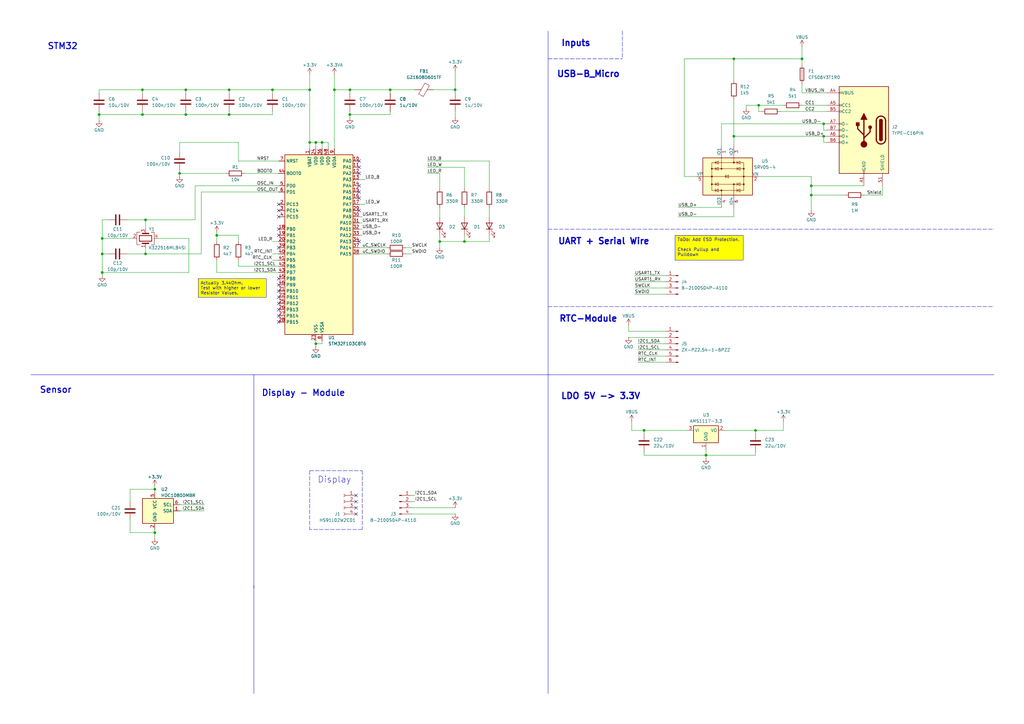
<source format=kicad_sch>
(kicad_sch (version 20231120) (generator "eeschema") (generator_version "8.0")
  (paper "A3")
  (lib_symbols
    (symbol "Connector:Conn_01x04_Pin" (pin_names (offset 1.016) hide)
      (property "Reference" "J" (at 0 5.08 0))
      (property "Value" "Conn_01x04_Pin" (at 0 -7.62 0))
      (symbol "Conn_01x04_Pin_1_1"
        (pin passive line (at 5.08 2.54 180) (length 3.81) (name "Pin_1") (number "1"))
        (pin passive line (at 5.08 0 180) (length 3.81) (name "Pin_2") (number "2"))
        (pin passive line (at 5.08 -2.54 180) (length 3.81) (name "Pin_3") (number "3"))
        (pin passive line (at 5.08 -5.08 180) (length 3.81) (name "Pin_4") (number "4"))
      )
    )
    (symbol "Connector:Conn_01x04_Socket" (pin_names (offset 1.016) hide)
      (property "Reference" "J" (at 0 5.08 0))
      (property "Value" "Conn_01x04_Socket" (at 0 -7.62 0))
      (symbol "Conn_01x04_Socket_1_1"
        (pin passive line (at -5.08 2.54 0) (length 3.81) (name "Pin_1") (number "1"))
        (pin passive line (at -5.08 0 0) (length 3.81) (name "Pin_2") (number "2"))
        (pin passive line (at -5.08 -2.54 0) (length 3.81) (name "Pin_3") (number "3"))
        (pin passive line (at -5.08 -5.08 0) (length 3.81) (name "Pin_4") (number "4"))
      )
    )
    (symbol "Connector:Conn_01x06_Pin" (pin_names (offset 1.016) hide)
      (property "Reference" "J" (at 0 7.62 0))
      (property "Value" "Conn_01x06_Pin" (at 0 -10.16 0))
      (symbol "Conn_01x06_Pin_1_1"
        (pin passive line (at 5.08 5.08 180) (length 3.81) (name "Pin_1") (number "1"))
        (pin passive line (at 5.08 2.54 180) (length 3.81) (name "Pin_2") (number "2"))
        (pin passive line (at 5.08 0 180) (length 3.81) (name "Pin_3") (number "3"))
        (pin passive line (at 5.08 -2.54 180) (length 3.81) (name "Pin_4") (number "4"))
        (pin passive line (at 5.08 -5.08 180) (length 3.81) (name "Pin_5") (number "5"))
        (pin passive line (at 5.08 -7.62 180) (length 3.81) (name "Pin_6") (number "6"))
      )
    )
    (symbol "Connector:USB_C_Receptacle_USB2.0_14P" (pin_names (offset 1.016))
      (property "Reference" "J" (at 0 22.225 0))
      (property "Value" "USB_C_Receptacle_USB2.0_14P" (at 0 19.685 0))
      (symbol "USB_C_Receptacle_USB2.0_14P_1_1"
        (pin passive line (at 0 -22.86 90) (length 5.08) (name "GND") (number "A1"))
        (pin passive line (at 0 -22.86 90) (length 5.08) hide (name "GND") (number "A12"))
        (pin passive line (at 15.24 15.24 180) (length 5.08) (name "VBUS") (number "A4"))
        (pin bidirectional line (at 15.24 10.16 180) (length 5.08) (name "CC1") (number "A5"))
        (pin bidirectional line (at 15.24 -2.54 180) (length 5.08) (name "D+") (number "A6"))
        (pin bidirectional line (at 15.24 2.54 180) (length 5.08) (name "D-") (number "A7"))
        (pin passive line (at 15.24 15.24 180) (length 5.08) hide (name "VBUS") (number "A9"))
        (pin passive line (at 0 -22.86 90) (length 5.08) hide (name "GND") (number "B1"))
        (pin passive line (at 0 -22.86 90) (length 5.08) hide (name "GND") (number "B12"))
        (pin passive line (at 15.24 15.24 180) (length 5.08) hide (name "VBUS") (number "B4"))
        (pin bidirectional line (at 15.24 7.62 180) (length 5.08) (name "CC2") (number "B5"))
        (pin bidirectional line (at 15.24 -5.08 180) (length 5.08) (name "D+") (number "B6"))
        (pin bidirectional line (at 15.24 0 180) (length 5.08) (name "D-") (number "B7"))
        (pin passive line (at 15.24 15.24 180) (length 5.08) hide (name "VBUS") (number "B9"))
        (pin passive line (at -7.62 -22.86 90) (length 5.08) (name "SHIELD") (number "S1"))
      )
    )
    (symbol "Device:C" (pin_numbers hide) (pin_names (offset 0.254))
      (property "Reference" "C" (at 0.635 2.54 0))
      (property "Value" "C" (at 0.635 -2.54 0))
      (symbol "C_1_1"
        (pin passive line (at 0 3.81 270) (length 2.794) (name "~") (number "1"))
        (pin passive line (at 0 -3.81 90) (length 2.794) (name "~") (number "2"))
      )
    )
    (symbol "Device:Crystal_GND24" (pin_names (offset 1.016) hide)
      (property "Reference" "Y" (at 3.175 5.08 0))
      (property "Value" "Crystal_GND24" (at 3.175 3.175 0))
      (symbol "Crystal_GND24_1_1"
        (pin passive line (at -3.81 0 0) (length 1.27) (name "1") (number "1"))
        (pin passive line (at 0 5.08 270) (length 1.27) (name "2") (number "2"))
        (pin passive line (at 3.81 0 180) (length 1.27) (name "3") (number "3"))
        (pin passive line (at 0 -5.08 90) (length 1.27) (name "4") (number "4"))
      )
    )
    (symbol "Device:FerriteBead" (pin_numbers hide) (pin_names (offset 0))
      (property "Reference" "FB" (at -3.81 0.635 90))
      (property "Value" "FerriteBead" (at 3.81 0 90))
      (symbol "FerriteBead_1_1"
        (pin passive line (at 0 3.81 270) (length 2.54) (name "~") (number "1"))
        (pin passive line (at 0 -3.81 90) (length 2.54) (name "~") (number "2"))
      )
    )
    (symbol "Device:Fuse" (pin_numbers hide) (pin_names (offset 0))
      (property "Reference" "F" (at 2.032 0 90))
      (property "Value" "Fuse" (at -1.905 0 90))
      (symbol "Fuse_1_1"
        (pin passive line (at 0 3.81 270) (length 1.27) (name "~") (number "1"))
        (pin passive line (at 0 -3.81 90) (length 1.27) (name "~") (number "2"))
      )
    )
    (symbol "Device:LED" (pin_numbers hide) (pin_names (offset 1.016) hide)
      (property "Reference" "D" (at 0 2.54 0))
      (property "Value" "LED" (at 0 -2.54 0))
      (symbol "LED_1_1"
        (pin passive line (at -3.81 0 0) (length 2.54) (name "K") (number "1"))
        (pin passive line (at 3.81 0 180) (length 2.54) (name "A") (number "2"))
      )
    )
    (symbol "Device:R" (pin_numbers hide) (pin_names (offset 0))
      (property "Reference" "R" (at 2.032 0 90))
      (property "Value" "R" (at 0 0 90))
      (symbol "R_1_1"
        (pin passive line (at 0 3.81 270) (length 1.27) (name "~") (number "1"))
        (pin passive line (at 0 -3.81 90) (length 1.27) (name "~") (number "2"))
      )
    )
    (symbol "MCU_ST_STM32F1:STM32F103C8Tx"
      (property "Reference" "U" (at -12.7 39.37 0))
      (property "Value" "STM32F103C8Tx" (at 10.16 39.37 0))
      (symbol "STM32F103C8Tx_1_1"
        (pin power_in line (at -2.54 40.64 270) (length 2.54) (name "VBAT") (number "1"))
        (pin bidirectional line (at 17.78 35.56 180) (length 2.54) (name "PA0") (number "10"))
        (pin bidirectional line (at 17.78 33.02 180) (length 2.54) (name "PA1") (number "11"))
        (pin bidirectional line (at 17.78 30.48 180) (length 2.54) (name "PA2") (number "12"))
        (pin bidirectional line (at 17.78 27.94 180) (length 2.54) (name "PA3") (number "13"))
        (pin bidirectional line (at 17.78 25.4 180) (length 2.54) (name "PA4") (number "14"))
        (pin bidirectional line (at 17.78 22.86 180) (length 2.54) (name "PA5") (number "15"))
        (pin bidirectional line (at 17.78 20.32 180) (length 2.54) (name "PA6") (number "16"))
        (pin bidirectional line (at 17.78 17.78 180) (length 2.54) (name "PA7") (number "17"))
        (pin bidirectional line (at -15.24 7.62 0) (length 2.54) (name "PB0") (number "18"))
        (pin bidirectional line (at -15.24 5.08 0) (length 2.54) (name "PB1") (number "19"))
        (pin bidirectional line (at -15.24 17.78 0) (length 2.54) (name "PC13") (number "2"))
        (pin bidirectional line (at -15.24 2.54 0) (length 2.54) (name "PB2") (number "20"))
        (pin bidirectional line (at -15.24 -17.78 0) (length 2.54) (name "PB10") (number "21"))
        (pin bidirectional line (at -15.24 -20.32 0) (length 2.54) (name "PB11") (number "22"))
        (pin power_in line (at 0 -38.1 90) (length 2.54) (name "VSS") (number "23"))
        (pin power_in line (at 0 40.64 270) (length 2.54) (name "VDD") (number "24"))
        (pin bidirectional line (at -15.24 -22.86 0) (length 2.54) (name "PB12") (number "25"))
        (pin bidirectional line (at -15.24 -25.4 0) (length 2.54) (name "PB13") (number "26"))
        (pin bidirectional line (at -15.24 -27.94 0) (length 2.54) (name "PB14") (number "27"))
        (pin bidirectional line (at -15.24 -30.48 0) (length 2.54) (name "PB15") (number "28"))
        (pin bidirectional line (at 17.78 15.24 180) (length 2.54) (name "PA8") (number "29"))
        (pin bidirectional line (at -15.24 15.24 0) (length 2.54) (name "PC14") (number "3"))
        (pin bidirectional line (at 17.78 12.7 180) (length 2.54) (name "PA9") (number "30"))
        (pin bidirectional line (at 17.78 10.16 180) (length 2.54) (name "PA10") (number "31"))
        (pin bidirectional line (at 17.78 7.62 180) (length 2.54) (name "PA11") (number "32"))
        (pin bidirectional line (at 17.78 5.08 180) (length 2.54) (name "PA12") (number "33"))
        (pin bidirectional line (at 17.78 2.54 180) (length 2.54) (name "PA13") (number "34"))
        (pin passive line (at 0 -38.1 90) (length 2.54) hide (name "VSS") (number "35"))
        (pin power_in line (at 2.54 40.64 270) (length 2.54) (name "VDD") (number "36"))
        (pin bidirectional line (at 17.78 0 180) (length 2.54) (name "PA14") (number "37"))
        (pin bidirectional line (at 17.78 -2.54 180) (length 2.54) (name "PA15") (number "38"))
        (pin bidirectional line (at -15.24 0 0) (length 2.54) (name "PB3") (number "39"))
        (pin bidirectional line (at -15.24 12.7 0) (length 2.54) (name "PC15") (number "4"))
        (pin bidirectional line (at -15.24 -2.54 0) (length 2.54) (name "PB4") (number "40"))
        (pin bidirectional line (at -15.24 -5.08 0) (length 2.54) (name "PB5") (number "41"))
        (pin bidirectional line (at -15.24 -7.62 0) (length 2.54) (name "PB6") (number "42"))
        (pin bidirectional line (at -15.24 -10.16 0) (length 2.54) (name "PB7") (number "43"))
        (pin input line (at -15.24 30.48 0) (length 2.54) (name "BOOT0") (number "44"))
        (pin bidirectional line (at -15.24 -12.7 0) (length 2.54) (name "PB8") (number "45"))
        (pin bidirectional line (at -15.24 -15.24 0) (length 2.54) (name "PB9") (number "46"))
        (pin passive line (at 0 -38.1 90) (length 2.54) hide (name "VSS") (number "47"))
        (pin power_in line (at 5.08 40.64 270) (length 2.54) (name "VDD") (number "48"))
        (pin bidirectional line (at -15.24 25.4 0) (length 2.54) (name "PD0") (number "5"))
        (pin bidirectional line (at -15.24 22.86 0) (length 2.54) (name "PD1") (number "6"))
        (pin input line (at -15.24 35.56 0) (length 2.54) (name "NRST") (number "7"))
        (pin power_in line (at 2.54 -38.1 90) (length 2.54) (name "VSSA") (number "8"))
        (pin power_in line (at 7.62 40.64 270) (length 2.54) (name "VDDA") (number "9"))
      )
    )
    (symbol "Power_Protection:SRV05-4" (pin_names (offset 0))
      (property "Reference" "U" (at -5.08 11.43 0))
      (property "Value" "SRV05-4" (at 2.54 11.43 0))
      (symbol "SRV05-4_1_1"
        (pin passive line (at -12.7 2.54 0) (length 5.08) (name "IO1") (number "1"))
        (pin passive line (at 0 -12.7 90) (length 2.54) (name "VN") (number "2"))
        (pin passive line (at -12.7 -2.54 0) (length 5.08) (name "IO2") (number "3"))
        (pin passive line (at 12.7 2.54 180) (length 5.08) (name "IO3") (number "4"))
        (pin passive line (at 0 12.7 270) (length 2.54) (name "VP") (number "5"))
        (pin passive line (at 12.7 -2.54 180) (length 5.08) (name "IO4") (number "6"))
      )
    )
    (symbol "Regulator_Linear:AMS1117-3.3"
      (property "Reference" "U" (at -3.81 3.175 0))
      (property "Value" "AMS1117-3.3" (at 0 3.175 0))
      (symbol "AMS1117-3.3_1_1"
        (pin power_in line (at 0 -7.62 90) (length 2.54) (name "GND") (number "1"))
        (pin power_out line (at 7.62 0 180) (length 2.54) (name "VO") (number "2"))
        (pin power_in line (at -7.62 0 0) (length 2.54) (name "VI") (number "3"))
      )
    )
    (symbol "Sensor_Humidity:HDC1080"
      (property "Reference" "U" (at -6.35 6.35 0))
      (property "Value" "HDC1080" (at 3.81 6.35 0))
      (symbol "HDC1080_1_1"
        (pin bidirectional line (at 7.62 0 180) (length 2.54) (name "SDA") (number "1"))
        (pin power_in line (at -2.54 -7.62 90) (length 2.54) (name "GND") (number "2"))
        (pin no_connect line (at -7.62 0 0) (length 2.54) hide (name "NC") (number "3"))
        (pin no_connect line (at -7.62 -2.54 0) (length 2.54) hide (name "NC") (number "4"))
        (pin power_in line (at -2.54 7.62 270) (length 2.54) (name "VCC") (number "5"))
        (pin input line (at 7.62 2.54 180) (length 2.54) (name "SCL") (number "6"))
        (pin no_connect line (at -7.62 2.54 0) (length 2.54) hide (name "DAP") (number "7"))
      )
    )
    (symbol "power:+3.3V" (power) (pin_numbers hide) (pin_names (offset 0) hide)
      (property "Value" "+3.3V" (at 0 3.556 0))
      (symbol "+3.3V_1_1"
        (pin power_in line (at 0 0 90) (length 0) (name "~") (number "1"))
      )
    )
    (symbol "power:+3.3VA" (power) (pin_numbers hide) (pin_names (offset 0) hide)
      (property "Value" "+3.3VA" (at 0 3.556 0))
      (symbol "+3.3VA_1_1"
        (pin power_in line (at 0 0 90) (length 0) (name "~") (number "1"))
      )
    )
    (symbol "power:GND" (power) (pin_numbers hide) (pin_names (offset 0) hide)
      (property "Value" "GND" (at 0 -3.81 0))
      (symbol "GND_1_1"
        (pin power_in line (at 0 0 270) (length 0) (name "~") (number "1"))
      )
    )
    (symbol "power:VBUS" (power) (pin_numbers hide) (pin_names (offset 0) hide)
      (property "Value" "VBUS" (at 0 3.556 0))
      (symbol "VBUS_1_1"
        (pin power_in line (at 0 0 90) (length 0) (name "~") (number "1"))
      )
    )
  )
  (junction (at 337.82 50.8))
  (junction (at 59.69 90.17))
  (junction (at 127 36.83))
  (junction (at 328.93 24.13))
  (junction (at 311.15 43.18))
  (junction (at 137.16 36.83))
  (junction (at 337.82 55.88))
  (junction (at 289.56 186.69))
  (junction (at 63.5 200.66))
  (junction (at 132.08 58.42))
  (junction (at 300.99 24.13))
  (junction (at 129.54 140.97))
  (junction (at 111.76 36.83))
  (junction (at 300.99 55.88))
  (junction (at 76.2 46.99))
  (junction (at 129.54 58.42))
  (junction (at 41.91 104.14))
  (junction (at 59.69 104.14))
  (junction (at 76.2 36.83))
  (junction (at 41.91 111.76))
  (junction (at 180.34 99.06))
  (junction (at 143.51 46.99))
  (junction (at 190.5 99.06))
  (junction (at 143.51 36.83))
  (junction (at 88.9 96.52))
  (junction (at 58.42 36.83))
  (junction (at 63.5 218.44))
  (junction (at 40.64 46.99))
  (junction (at 58.42 46.99))
  (junction (at 309.88 176.53))
  (junction (at 93.98 36.83))
  (junction (at 93.98 46.99))
  (junction (at 127 58.42))
  (junction (at 41.91 97.79))
  (junction (at 73.66 71.12))
  (junction (at 332.74 76.2))
  (junction (at 264.16 176.53))
  (junction (at 186.69 36.83))
  (junction (at 160.02 36.83))
  (junction (at 332.74 80.01))
  (no_connect (at 146.05 210.82))
  (no_connect (at 114.3 114.3))
  (no_connect (at 114.3 129.54))
  (no_connect (at 147.32 66.04))
  (no_connect (at 147.32 81.28))
  (no_connect (at 114.3 86.36))
  (no_connect (at 147.32 78.74))
  (no_connect (at 147.32 76.2))
  (no_connect (at 146.05 208.28))
  (no_connect (at 114.3 119.38))
  (no_connect (at 114.3 93.98))
  (no_connect (at 114.3 124.46))
  (no_connect (at 114.3 116.84))
  (no_connect (at 114.3 132.08))
  (no_connect (at 114.3 101.6))
  (no_connect (at 147.32 71.12))
  (no_connect (at 114.3 127))
  (no_connect (at 114.3 121.92))
  (no_connect (at 114.3 83.82))
  (no_connect (at 147.32 99.06))
  (no_connect (at 147.32 68.58))
  (no_connect (at 114.3 88.9))
  (no_connect (at 146.05 205.74))
  (no_connect (at 147.32 86.36))
  (no_connect (at 146.05 203.2))
  (no_connect (at 114.3 96.52))
  (wire (pts (xy 111.76 36.83) (xy 127 36.83)))
  (wire (pts (xy 40.64 46.99) (xy 40.64 49.53)))
  (polyline (pts (xy 127 193.04) (xy 127 217.17)) (stroke (width 0) (type dash)))
  (wire (pts (xy 88.9 96.52) (xy 97.79 96.52)))
  (wire (pts (xy 44.45 90.17) (xy 41.91 90.17)))
  (polyline (pts (xy 12.7 153.67) (xy 224.79 153.67)) (stroke (width 0) (type solid)))
  (wire (pts (xy 260.35 115.57) (xy 273.05 115.57)))
  (wire (pts (xy 264.16 176.53) (xy 281.94 176.53)))
  (wire (pts (xy 76.2 36.83) (xy 76.2 38.1)))
  (wire (pts (xy 41.91 104.14) (xy 41.91 111.76)))
  (wire (pts (xy 260.35 118.11) (xy 273.05 118.11)))
  (wire (pts (xy 295.91 50.8) (xy 337.82 50.8)))
  (wire (pts (xy 82.55 104.14) (xy 82.55 78.74)))
  (wire (pts (xy 160.02 36.83) (xy 170.18 36.83)))
  (wire (pts (xy 88.9 111.76) (xy 114.3 111.76)))
  (wire (pts (xy 147.32 93.98) (xy 148.59 93.98)))
  (wire (pts (xy 111.76 106.68) (xy 114.3 106.68)))
  (wire (pts (xy 309.88 176.53) (xy 309.88 177.8)))
  (wire (pts (xy 97.79 106.68) (xy 97.79 109.22)))
  (wire (pts (xy 73.66 207.01) (xy 83.82 207.01)))
  (wire (pts (xy 361.95 80.01) (xy 361.95 76.2)))
  (wire (pts (xy 52.07 90.17) (xy 59.69 90.17)))
  (wire (pts (xy 328.93 43.18) (xy 339.09 43.18)))
  (wire (pts (xy 321.31 172.72) (xy 321.31 176.53)))
  (wire (pts (xy 328.93 34.29) (xy 328.93 38.1)))
  (wire (pts (xy 170.18 205.74) (xy 168.91 205.74)))
  (wire (pts (xy 58.42 45.72) (xy 58.42 46.99)))
  (wire (pts (xy 177.8 36.83) (xy 186.69 36.83)))
  (wire (pts (xy 97.79 66.04) (xy 114.3 66.04)))
  (wire (pts (xy 137.16 30.48) (xy 137.16 36.83)))
  (wire (pts (xy 111.76 99.06) (xy 114.3 99.06)))
  (wire (pts (xy 147.32 91.44) (xy 148.59 91.44)))
  (wire (pts (xy 58.42 36.83) (xy 76.2 36.83)))
  (wire (pts (xy 100.33 71.12) (xy 114.3 71.12)))
  (wire (pts (xy 160.02 46.99) (xy 160.02 45.72)))
  (wire (pts (xy 97.79 109.22) (xy 114.3 109.22)))
  (wire (pts (xy 132.08 139.7) (xy 132.08 140.97)))
  (wire (pts (xy 127 30.48) (xy 127 36.83)))
  (wire (pts (xy 180.34 96.52) (xy 180.34 99.06)))
  (wire (pts (xy 280.67 24.13) (xy 300.99 24.13)))
  (wire (pts (xy 147.32 96.52) (xy 148.59 96.52)))
  (wire (pts (xy 259.08 176.53) (xy 264.16 176.53)))
  (wire (pts (xy 186.69 36.83) (xy 186.69 38.1)))
  (wire (pts (xy 300.99 55.88) (xy 337.82 55.88)))
  (wire (pts (xy 59.69 104.14) (xy 82.55 104.14)))
  (wire (pts (xy 127 58.42) (xy 129.54 58.42)))
  (wire (pts (xy 143.51 46.99) (xy 143.51 48.26)))
  (wire (pts (xy 80.01 76.2) (xy 114.3 76.2)))
  (wire (pts (xy 88.9 106.68) (xy 88.9 111.76)))
  (wire (pts (xy 76.2 36.83) (xy 93.98 36.83)))
  (polyline (pts (xy 148.59 217.17) (xy 127 217.17)) (stroke (width 0) (type dash)))
  (wire (pts (xy 309.88 186.69) (xy 289.56 186.69)))
  (wire (pts (xy 73.66 71.12) (xy 73.66 72.39)))
  (wire (pts (xy 168.91 208.28) (xy 186.69 208.28)))
  (wire (pts (xy 129.54 58.42) (xy 129.54 60.96)))
  (wire (pts (xy 129.54 140.97) (xy 129.54 142.24)))
  (wire (pts (xy 111.76 45.72) (xy 111.76 46.99)))
  (wire (pts (xy 59.69 90.17) (xy 80.01 90.17)))
  (wire (pts (xy 97.79 96.52) (xy 97.79 99.06)))
  (wire (pts (xy 264.16 185.42) (xy 264.16 186.69)))
  (wire (pts (xy 260.35 120.65) (xy 273.05 120.65)))
  (wire (pts (xy 41.91 111.76) (xy 77.47 111.76)))
  (wire (pts (xy 147.32 101.6) (xy 158.75 101.6)))
  (wire (pts (xy 337.82 53.34) (xy 339.09 53.34)))
  (polyline (pts (xy 224.79 93.98) (xy 407.67 93.98)) (stroke (width 0) (type dash)))
  (polyline (pts (xy 224.79 24.13) (xy 255.27 24.13)) (stroke (width 0) (type dash)))
  (wire (pts (xy 63.5 218.44) (xy 63.5 220.98)))
  (polyline (pts (xy 224.79 153.67) (xy 224.79 284.48)) (stroke (width 0) (type solid)))
  (wire (pts (xy 309.88 176.53) (xy 321.31 176.53)))
  (wire (pts (xy 175.26 68.58) (xy 190.5 68.58)))
  (wire (pts (xy 260.35 113.03) (xy 273.05 113.03)))
  (wire (pts (xy 97.79 58.42) (xy 97.79 66.04)))
  (wire (pts (xy 311.15 72.39) (xy 332.74 72.39)))
  (wire (pts (xy 44.45 104.14) (xy 41.91 104.14)))
  (polyline (pts (xy 127 193.04) (xy 148.59 193.04)) (stroke (width 0) (type dash)))
  (wire (pts (xy 285.75 72.39) (xy 280.67 72.39)))
  (wire (pts (xy 160.02 36.83) (xy 160.02 38.1)))
  (polyline (pts (xy 148.59 193.04) (xy 148.59 217.17)) (stroke (width 0) (type dash)))
  (wire (pts (xy 175.26 66.04) (xy 200.66 66.04)))
  (polyline (pts (xy 224.79 153.67) (xy 407.67 153.67)) (stroke (width 0) (type solid)))
  (wire (pts (xy 190.5 68.58) (xy 190.5 77.47)))
  (wire (pts (xy 328.93 38.1) (xy 339.09 38.1)))
  (polyline (pts (xy 255.27 12.7) (xy 255.27 24.13)) (stroke (width 0) (type dash)))
  (wire (pts (xy 264.16 177.8) (xy 264.16 176.53)))
  (wire (pts (xy 200.66 85.09) (xy 200.66 88.9)))
  (wire (pts (xy 143.51 36.83) (xy 160.02 36.83)))
  (wire (pts (xy 143.51 46.99) (xy 160.02 46.99)))
  (wire (pts (xy 64.77 97.79) (xy 77.47 97.79)))
  (wire (pts (xy 53.34 200.66) (xy 53.34 205.74)))
  (wire (pts (xy 41.91 97.79) (xy 54.61 97.79)))
  (wire (pts (xy 332.74 76.2) (xy 332.74 80.01)))
  (wire (pts (xy 186.69 29.21) (xy 186.69 36.83)))
  (wire (pts (xy 168.91 210.82) (xy 186.69 210.82)))
  (wire (pts (xy 306.07 44.45) (xy 306.07 43.18)))
  (wire (pts (xy 147.32 73.66) (xy 149.86 73.66)))
  (wire (pts (xy 73.66 71.12) (xy 73.66 69.85)))
  (wire (pts (xy 320.04 45.72) (xy 339.09 45.72)))
  (wire (pts (xy 180.34 99.06) (xy 180.34 101.6)))
  (wire (pts (xy 354.33 80.01) (xy 361.95 80.01)))
  (wire (pts (xy 190.5 99.06) (xy 190.5 96.52)))
  (wire (pts (xy 278.13 88.9) (xy 300.99 88.9)))
  (wire (pts (xy 278.13 85.09) (xy 295.91 85.09)))
  (wire (pts (xy 40.64 36.83) (xy 58.42 36.83)))
  (wire (pts (xy 73.66 58.42) (xy 73.66 62.23)))
  (wire (pts (xy 63.5 200.66) (xy 63.5 201.93)))
  (wire (pts (xy 147.32 83.82) (xy 149.86 83.82)))
  (wire (pts (xy 52.07 104.14) (xy 59.69 104.14)))
  (wire (pts (xy 93.98 36.83) (xy 93.98 38.1)))
  (wire (pts (xy 137.16 36.83) (xy 143.51 36.83)))
  (wire (pts (xy 77.47 111.76) (xy 77.47 97.79)))
  (wire (pts (xy 53.34 218.44) (xy 63.5 218.44)))
  (wire (pts (xy 186.69 45.72) (xy 186.69 48.26)))
  (wire (pts (xy 261.62 148.59) (xy 273.05 148.59)))
  (wire (pts (xy 300.99 40.64) (xy 300.99 55.88)))
  (wire (pts (xy 132.08 58.42) (xy 132.08 60.96)))
  (wire (pts (xy 111.76 104.14) (xy 114.3 104.14)))
  (wire (pts (xy 129.54 140.97) (xy 132.08 140.97)))
  (wire (pts (xy 129.54 58.42) (xy 132.08 58.42)))
  (wire (pts (xy 73.66 209.55) (xy 83.82 209.55)))
  (wire (pts (xy 332.74 80.01) (xy 346.71 80.01)))
  (wire (pts (xy 300.99 24.13) (xy 328.93 24.13)))
  (wire (pts (xy 59.69 104.14) (xy 59.69 101.6)))
  (wire (pts (xy 88.9 95.25) (xy 88.9 96.52)))
  (wire (pts (xy 58.42 46.99) (xy 76.2 46.99)))
  (wire (pts (xy 73.66 58.42) (xy 97.79 58.42)))
  (wire (pts (xy 337.82 55.88) (xy 339.09 55.88)))
  (wire (pts (xy 180.34 85.09) (xy 180.34 88.9)))
  (wire (pts (xy 40.64 46.99) (xy 40.64 45.72)))
  (wire (pts (xy 332.74 72.39) (xy 332.74 76.2)))
  (wire (pts (xy 200.66 66.04) (xy 200.66 77.47)))
  (wire (pts (xy 76.2 46.99) (xy 76.2 45.72)))
  (wire (pts (xy 261.62 140.97) (xy 273.05 140.97)))
  (wire (pts (xy 289.56 184.15) (xy 289.56 186.69)))
  (wire (pts (xy 147.32 88.9) (xy 148.59 88.9)))
  (wire (pts (xy 92.71 71.12) (xy 73.66 71.12)))
  (wire (pts (xy 137.16 36.83) (xy 137.16 60.96)))
  (wire (pts (xy 264.16 186.69) (xy 289.56 186.69)))
  (polyline (pts (xy 104.14 241.3) (xy 104.14 240.03)))
  (wire (pts (xy 257.81 133.35) (xy 257.81 135.89)))
  (wire (pts (xy 53.34 200.66) (xy 63.5 200.66)))
  (wire (pts (xy 175.26 71.12) (xy 180.34 71.12)))
  (wire (pts (xy 309.88 186.69) (xy 309.88 185.42)))
  (wire (pts (xy 127 58.42) (xy 127 60.96)))
  (wire (pts (xy 295.91 50.8) (xy 295.91 59.69)))
  (wire (pts (xy 332.74 80.01) (xy 332.74 86.36)))
  (wire (pts (xy 93.98 36.83) (xy 111.76 36.83)))
  (wire (pts (xy 337.82 50.8) (xy 339.09 50.8)))
  (wire (pts (xy 257.81 135.89) (xy 273.05 135.89)))
  (wire (pts (xy 311.15 45.72) (xy 311.15 43.18)))
  (wire (pts (xy 170.18 203.2) (xy 168.91 203.2)))
  (wire (pts (xy 311.15 43.18) (xy 321.31 43.18)))
  (wire (pts (xy 280.67 72.39) (xy 280.67 24.13)))
  (wire (pts (xy 129.54 139.7) (xy 129.54 140.97)))
  (wire (pts (xy 134.62 60.96) (xy 134.62 58.42)))
  (wire (pts (xy 300.99 55.88) (xy 300.99 59.69)))
  (wire (pts (xy 297.18 176.53) (xy 309.88 176.53)))
  (wire (pts (xy 93.98 46.99) (xy 111.76 46.99)))
  (wire (pts (xy 41.91 97.79) (xy 41.91 104.14)))
  (wire (pts (xy 261.62 146.05) (xy 273.05 146.05)))
  (wire (pts (xy 332.74 76.2) (xy 354.33 76.2)))
  (wire (pts (xy 111.76 36.83) (xy 111.76 38.1)))
  (wire (pts (xy 82.55 78.74) (xy 114.3 78.74)))
  (wire (pts (xy 63.5 217.17) (xy 63.5 218.44)))
  (wire (pts (xy 41.91 111.76) (xy 41.91 113.03)))
  (wire (pts (xy 93.98 46.99) (xy 93.98 45.72)))
  (wire (pts (xy 166.37 104.14) (xy 168.91 104.14)))
  (wire (pts (xy 40.64 46.99) (xy 58.42 46.99)))
  (wire (pts (xy 337.82 50.8) (xy 337.82 53.34)))
  (wire (pts (xy 300.99 24.13) (xy 300.99 33.02)))
  (wire (pts (xy 312.42 45.72) (xy 311.15 45.72)))
  (wire (pts (xy 337.82 58.42) (xy 339.09 58.42)))
  (wire (pts (xy 76.2 46.99) (xy 93.98 46.99)))
  (wire (pts (xy 328.93 19.05) (xy 328.93 24.13)))
  (wire (pts (xy 127 36.83) (xy 127 58.42)))
  (wire (pts (xy 59.69 90.17) (xy 59.69 93.98)))
  (wire (pts (xy 80.01 90.17) (xy 80.01 76.2)))
  (wire (pts (xy 190.5 99.06) (xy 200.66 99.06)))
  (wire (pts (xy 166.37 101.6) (xy 168.91 101.6)))
  (wire (pts (xy 63.5 199.39) (xy 63.5 200.66)))
  (wire (pts (xy 180.34 71.12) (xy 180.34 77.47)))
  (wire (pts (xy 40.64 36.83) (xy 40.64 38.1)))
  (wire (pts (xy 88.9 96.52) (xy 88.9 99.06)))
  (wire (pts (xy 257.81 138.43) (xy 273.05 138.43)))
  (wire (pts (xy 58.42 36.83) (xy 58.42 38.1)))
  (wire (pts (xy 41.91 90.17) (xy 41.91 97.79)))
  (wire (pts (xy 132.08 58.42) (xy 134.62 58.42)))
  (wire (pts (xy 328.93 24.13) (xy 328.93 26.67)))
  (wire (pts (xy 300.99 88.9) (xy 300.99 85.09)))
  (wire (pts (xy 306.07 43.18) (xy 311.15 43.18)))
  (wire (pts (xy 337.82 55.88) (xy 337.82 58.42)))
  (wire (pts (xy 190.5 85.09) (xy 190.5 88.9)))
  (wire (pts (xy 143.51 36.83) (xy 143.51 38.1)))
  (polyline (pts (xy 104.14 153.67) (xy 104.14 284.48)))
  (wire (pts (xy 147.32 104.14) (xy 158.75 104.14)))
  (polyline (pts (xy 224.79 125.73) (xy 407.67 125.73)) (stroke (width 0) (type dash)))
  (wire (pts (xy 53.34 213.36) (xy 53.34 218.44)))
  (wire (pts (xy 259.08 172.72) (xy 259.08 176.53)))
  (wire (pts (xy 261.62 143.51) (xy 273.05 143.51)))
  (wire (pts (xy 289.56 186.69) (xy 289.56 187.96)))
  (polyline (pts (xy 224.79 12.7) (xy 224.79 153.67)) (stroke (width 0) (type solid)))
  (wire (pts (xy 200.66 99.06) (xy 200.66 96.52)))
  (wire (pts (xy 180.34 99.06) (xy 190.5 99.06)))
  (wire (pts (xy 143.51 45.72) (xy 143.51 46.99)))
  (text_box "Actually 3.4kOhm.\nTest with higher or lower \nResistor Values." (at 81.28 114.3 0) (size 27.94 7.62) (fill (type color) (color 255 255 0 1)) (effects (font (size 1.27 1.27)) (justify left top)))
  (text_box "ToDo: Add ESD Protection.\n\nCheck Pullup and Pulldown" (at 276.86 96.52 0) (size 27.94 10.16) (fill (type color) (color 255 255 0 1)) (effects (font (size 1.27 1.27)) (justify left top)))
  (text "Inputs\n" (at 236.22 17.78 0) (effects (font (size 2.54 2.54) (thickness 0.508) (bold yes))))
  (text "Display - Module" (at 124.46 161.29 0) (effects (font (size 2.54 2.54) (thickness 0.4064) (bold yes))))
  (text "STM32 " (at 26.67 19.05 0) (effects (font (size 2.54 2.54) (thickness 0.4064) (bold yes))))
  (text "Display" (at 137.16 196.85 0) (effects (font (size 2.54 2.54))))
  (text "Sensor" (at 22.86 160.02 0) (effects (font (size 2.54 2.54) (thickness 0.4064) (bold yes))))
  (text "LDO 5V -> 3.3V" (at 246.38 162.56 0) (effects (font (size 2.54 2.54) (thickness 0.508) (bold yes))))
  (text "USB-B_Micro" (at 241.3 30.48 0) (effects (font (size 2.54 2.54) (thickness 0.508) (bold yes))))
  (text "RTC-Module" (at 241.3 130.81 0) (effects (font (size 2.54 2.54) (thickness 0.508) (bold yes))))
  (text "UART + Serial Wire" (at 247.65 99.06 0) (effects (font (size 2.54 2.54) (thickness 0.508) (bold yes))))
  (label "LED_B" (at 149.86 73.66 0))
  (label "I2C1_SDA" (at 261.62 140.97 0))
  (label "CC2" (at 330.2 45.72 0))
  (label "RTC_CLK" (at 111.76 106.68 180))
  (label "USART1_RX" (at 260.35 115.57 0))
  (label "USB_D-" (at 148.59 93.98 0))
  (label "SWCLK" (at 168.91 101.6 0))
  (label "OSC_IN" (at 105.41 76.2 0))
  (label "RTC_INT" (at 111.76 104.14 180))
  (label "SWCLK" (at 260.35 118.11 0))
  (label "CC1" (at 330.2 43.18 0))
  (label "I2C1_SCL" (at 170.18 205.74 0))
  (label "USB_D+" (at 278.13 85.09 0))
  (label "OSC_OUT" (at 105.41 78.74 0))
  (label "I2C1_SCL" (at 261.62 143.51 0))
  (label "USART1_TX" (at 260.35 113.03 0))
  (label "LED_R" (at 111.76 99.06 180))
  (label "USART1_RX" (at 148.59 91.44 0))
  (label "USB_D+" (at 148.59 96.52 0))
  (label "USB_D-" (at 328.93 50.8 0))
  (label "SWDIO" (at 168.91 104.14 0))
  (label "I2C1_SCL" (at 104.14 109.22 0))
  (label "USB_D-" (at 278.13 88.9 0))
  (label "USB_D+" (at 330.2 55.88 0))
  (label "uC_SWCLK" (at 148.59 101.6 0))
  (label "SWDIO" (at 260.35 120.65 0))
  (label "LED_W" (at 149.86 83.82 0))
  (label "NRST" (at 105.41 66.04 0))
  (label "I2C1_SDA" (at 170.18 203.2 0))
  (label "I2C1_SDA" (at 83.82 209.55 180))
  (label "RTC_INT" (at 261.62 148.59 0))
  (label "VBUS_IN" (at 330.2 38.1 0))
  (label "I2C1_SCL" (at 83.82 207.01 180))
  (label "USART1_TX" (at 148.59 88.9 0))
  (label "LED_W" (at 175.26 68.58 0))
  (label "uC_SWDIO" (at 148.59 104.14 0))
  (label "LED_R" (at 175.26 71.12 0))
  (label "LED_B" (at 175.26 66.04 0))
  (label "BOOT0" (at 105.41 71.12 0))
  (label "I2C1_SDA" (at 104.14 111.76 0))
  (label "RTC_CLK" (at 261.62 146.05 0))
  (label "Shield" (at 355.6 80.01 0))
  (symbol (lib_id "power:GND") (at 129.54 142.24 0) (unit 1)
    (property "Reference" "#PWR01" (effects (hide yes)))
    (property "Value" "GND" (at 129.54 146.05 0))
    (property "Description" "Power symbol creates a global label with name \"GND\" , ground" (effects (hide yes)))
  )
  (symbol (lib_id "Device:R") (at 200.66 81.28 0) (unit 1)
    (property "Reference" "R8" (at 203.2 80.0099 0) (effects (justify left)))
    (property "Value" "330R" (at 203.2 82.5499 0) (effects (justify left)))
    (property "Footprint" "Resistor_SMD:R_0603_1608Metric" (effects (hide yes)))
    (property "Description" "Resistor" (effects (hide yes)))
  )
  (symbol (lib_id "Device:R") (at 325.12 43.18 90) (unit 1)
    (property "Reference" "R4" (at 325.12 36.83 90))
    (property "Value" "5k1" (at 325.12 39.37 90))
    (property "Footprint" "Resistor_SMD:R_0603_1608Metric" (effects (hide yes)))
    (property "Description" "Resistor" (effects (hide yes)))
  )
  (symbol (lib_id "Device:LED") (at 190.5 92.71 90) (unit 1)
    (property "Reference" "D1" (at 194.31 93.0274 90) (effects (justify right)))
    (property "Value" "KT-0603W" (effects (hide yes)))
    (property "Footprint" "LED_SMD:LED_0603_1608Metric" (effects (hide yes)))
    (property "Datasheet" "https://wmsc.lcsc.com/wmsc/upload/file/pdf/v2/lcsc/2305091500_Hubei-KENTO-Elec-KT-0603W_C2290.pdf" (effects (hide yes)))
    (property "Description" "White LED" (effects (hide yes)))
  )
  (symbol (lib_id "power:GND") (at 186.69 210.82 0) (unit 1)
    (property "Reference" "#PWR017" (effects (hide yes)))
    (property "Value" "GND" (at 186.69 214.63 0))
    (property "Description" "Power symbol creates a global label with name \"GND\" , ground" (effects (hide yes)))
  )
  (symbol (lib_id "Device:R") (at 88.9 102.87 0) (unit 1)
    (property "Reference" "R2" (at 91.44 101.5999 0) (effects (justify left)))
    (property "Value" "4k7" (at 91.44 104.1399 0) (effects (justify left)))
    (property "Footprint" "Resistor_SMD:R_0603_1608Metric" (effects (hide yes)))
    (property "Description" "Resistor" (effects (hide yes)))
  )
  (symbol (lib_id "Device:R") (at 180.34 81.28 0) (unit 1)
    (property "Reference" "R6" (at 182.88 80.0099 0) (effects (justify left)))
    (property "Value" "330R" (at 182.88 82.5499 0) (effects (justify left)))
    (property "Footprint" "Resistor_SMD:R_0603_1608Metric" (effects (hide yes)))
    (property "Description" "Resistor" (effects (hide yes)))
  )
  (symbol (lib_id "Device:C") (at 143.51 41.91 0) (unit 1)
    (property "Reference" "C7" (at 147.32 40.6399 0) (effects (justify left)))
    (property "Value" "100n/10V" (at 147.32 43.1799 0) (effects (justify left)))
    (property "Footprint" "Capacitor_SMD:C_0603_1608Metric" (effects (hide yes)))
    (property "Description" "Unpolarized capacitor" (effects (hide yes)))
  )
  (symbol (lib_id "power:+3.3V") (at 186.69 208.28 0) (unit 1)
    (property "Reference" "#PWR018" (effects (hide yes)))
    (property "Value" "+3.3V" (at 186.69 204.47 0))
    (property "Description" "Power symbol creates a global label with name \"+3.3V\"" (effects (hide yes)))
  )
  (symbol (lib_id "Device:R") (at 190.5 81.28 0) (unit 1)
    (property "Reference" "R7" (at 193.04 80.0099 0) (effects (justify left)))
    (property "Value" "330R" (at 193.04 82.5499 0) (effects (justify left)))
    (property "Footprint" "Resistor_SMD:R_0603_1608Metric" (effects (hide yes)))
    (property "Description" "Resistor" (effects (hide yes)))
  )
  (symbol (lib_id "power:GND") (at 332.74 86.36 0) (unit 1)
    (property "Reference" "#PWR023" (effects (hide yes)))
    (property "Value" "GND" (at 332.74 90.17 0))
    (property "Description" "Power symbol creates a global label with name \"GND\" , ground" (effects (hide yes)))
  )
  (symbol (lib_id "Device:C") (at 53.34 209.55 0) (mirror x) (unit 1)
    (property "Reference" "C21" (at 49.53 208.2799 0) (effects (justify right)))
    (property "Value" "100n/10V" (at 49.53 210.8199 0) (effects (justify right)))
    (property "Footprint" "Capacitor_SMD:C_0603_1608Metric" (effects (hide yes)))
    (property "Description" "Unpolarized capacitor" (effects (hide yes)))
  )
  (symbol (lib_id "Power_Protection:SRV05-4") (at 298.45 72.39 90) (mirror x) (unit 1)
    (property "Reference" "U5" (at 313.69 66.04 90))
    (property "Value" "SRV05-4" (at 313.69 68.58 90))
    (property "Footprint" "Package_TO_SOT_SMD:SOT-23-6" (effects (hide yes)))
    (property "Datasheet" "http://www.onsemi.com/pub/Collateral/SRV05-4-D.PDF" (effects (hide yes)))
    (property "Description" "ESD Protection Diodes with Low Clamping Voltage, SOT-23-6" (effects (hide yes)))
  )
  (symbol (lib_id "Connector:Conn_01x04_Pin") (at 163.83 205.74 0) (unit 1)
    (property "Reference" "J3" (at 161.29 210.82 0))
    (property "Value" "B-2100S04P-A110" (at 161.29 213.36 0))
    (property "Footprint" "Connector_PinHeader_2.54mm:PinHeader_1x04_P2.54mm_Vertical" (effects (hide yes)))
    (property "Description" "Generic connector, single row, 01x04, script generated" (effects (hide yes)))
  )
  (symbol (lib_id "power:VBUS") (at 328.93 19.05 0) (unit 1)
    (property "Reference" "#PWR022" (effects (hide yes)))
    (property "Value" "VBUS" (at 328.93 15.24 0))
    (property "Description" "Power symbol creates a global label with name \"VBUS\"" (effects (hide yes)))
  )
  (symbol (lib_id "MCU_ST_STM32F1:STM32F103C8Tx") (at 129.54 101.6 0) (unit 1)
    (property "Reference" "U1" (at 134.62 138.43 0) (effects (justify left)))
    (property "Value" "STM32F103C8T6" (at 134.62 140.97 0) (effects (justify left)))
    (property "Footprint" "Package_QFP:LQFP-48_7x7mm_P0.5mm" (effects (hide yes)))
    (property "Datasheet" "https://www.st.com/resource/en/datasheet/stm32f103c8.pdf" (effects (hide yes)))
    (property "Description" "STMicroelectronics Arm Cortex-M3 MCU, 64KB flash, 20KB RAM, 72 MHz, 2.0-3.6V, 37 GPIO, LQFP48" (effects (hide yes)))
  )
  (symbol (lib_id "Device:C") (at 76.2 41.91 0) (unit 1)
    (property "Reference" "C3" (at 80.01 40.6399 0) (effects (justify left)))
    (property "Value" "100n/10V" (at 80.01 43.1799 0) (effects (justify left)))
    (property "Footprint" "Capacitor_SMD:C_0603_1608Metric" (effects (hide yes)))
    (property "Description" "Unpolarized capacitor" (effects (hide yes)))
  )
  (symbol (lib_id "Device:R") (at 162.56 101.6 90) (unit 1)
    (property "Reference" "R10" (at 162.56 96.52 90))
    (property "Value" "100R" (at 162.56 99.06 90))
    (property "Footprint" "Resistor_SMD:R_0603_1608Metric" (effects (hide yes)))
    (property "Description" "Resistor" (effects (hide yes)))
  )
  (symbol (lib_id "Device:R") (at 316.23 45.72 270) (unit 1)
    (property "Reference" "R5" (at 316.23 39.37 90))
    (property "Value" "5k1" (at 316.23 41.91 90))
    (property "Footprint" "Resistor_SMD:R_0603_1608Metric" (effects (hide yes)))
    (property "Description" "Resistor" (effects (hide yes)))
  )
  (symbol (lib_id "Connector:USB_C_Receptacle_USB2.0_14P") (at 354.33 53.34 0) (mirror y) (unit 1)
    (property "Reference" "J2" (at 365.76 52.0699 0) (effects (justify right)))
    (property "Value" "TYPE-C16PIN" (at 365.76 54.6099 0) (effects (justify right)))
    (property "Footprint" "Connector_USB:USB_C_Receptacle_GCT_USB4105-xx-A_16P_TopMnt_Horizontal" (effects (hide yes)))
    (property "Datasheet" "https://www.usb.org/sites/default/files/documents/usb_type-c.zip" (effects (hide yes)))
    (property "Description" "USB 2.0-only 14P Type-C Receptacle connector" (effects (hide yes)))
  )
  (symbol (lib_id "power:GND") (at 186.69 48.26 0) (unit 1)
    (property "Reference" "#PWR07" (effects (hide yes)))
    (property "Value" "GND" (at 186.69 52.07 0))
    (property "Description" "Power symbol creates a global label with name \"GND\" , ground" (effects (hide yes)))
  )
  (symbol (lib_id "Regulator_Linear:AMS1117-3.3") (at 289.56 176.53 0) (unit 1)
    (property "Reference" "U3" (at 289.56 170.18 0))
    (property "Value" "AMS1117-3.3" (at 289.56 172.72 0))
    (property "Footprint" "Package_TO_SOT_SMD:SOT-223-3_TabPin2" (effects (hide yes)))
    (property "Datasheet" "http://www.advanced-monolithic.com/pdf/ds1117.pdf" (effects (hide yes)))
    (property "Description" "1A Low Dropout regulator, positive, 3.3V fixed output, SOT-223" (effects (hide yes)))
  )
  (symbol (lib_id "power:+3.3VA") (at 137.16 30.48 0) (unit 1)
    (property "Reference" "#PWR04" (effects (hide yes)))
    (property "Value" "+3.3VA" (at 137.16 26.67 0))
    (property "Description" "Power symbol creates a global label with name \"+3.3VA\"" (effects (hide yes)))
  )
  (symbol (lib_id "Connector:Conn_01x04_Socket") (at 140.97 205.74 0) (mirror y) (unit 1)
    (property "Reference" "J1" (at 138.43 210.82 0))
    (property "Value" "HS91L02W2C01" (at 138.43 213.36 0))
    (property "Footprint" "Capacitor_SMD:C_0402_1005Metric" (effects (hide yes)))
    (property "Datasheet" "https://de.aliexpress.com/item/1005006718261122.html?spm=a2g0o.detail.pcDetailTopMoreOtherSeller.5.2013XZHiXZHigg&gps-id=pcDetailTopMoreOtherSeller&scm=1007.40050.354490.0&scm_id=1007.40050.354490.0&scm-url=1007.40050.354490.0&pvid=0fef7389-1d1c-4f1a-8e94-4a681976b855&_t=gps-id:pcDetailTopMoreOtherSeller,scm-url:1007.40050.354490.0,pvid:0fef7389-1d1c-4f1a-8e94-4a681976b855,tpp_buckets:668%232846%238116%232002&pdp_npi=4%40dis%21EUR%212.00%211.42%21%21%212.11%211.50%21%40211b8c6317224533028563786e34d4%2112000038083103810%21rec%21FR%216066042665%21ABX&utparam-url=scene%3ApcDetailTopMoreOtherSeller%7Cquery_from%3A" (effects (hide yes)))
    (property "Description" "Display" (effects (hide yes)))
  )
  (symbol (lib_id "Sensor_Humidity:HDC1080") (at 66.04 209.55 0) (unit 1)
    (property "Reference" "U2" (at 66.04 200.66 0) (effects (justify left)))
    (property "Value" "HDC1080DMBR" (at 66.04 203.2 0) (effects (justify left)))
    (property "Footprint" "Package_SON:Texas_PWSON-N6" (effects (hide yes)))
    (property "Datasheet" "http://www.ti.com/lit/ds/symlink/hdc1080.pdf" (effects (hide yes)))
    (property "Description" "Low Power,High Accuracy Digital Humidity Sensor with Temperature Sensor" (effects (hide yes)))
  )
  (symbol (lib_id "Device:C") (at 73.66 66.04 0) (mirror x) (unit 1)
    (property "Reference" "C10" (at 69.85 64.7699 0) (effects (justify right)))
    (property "Value" "100n/10V" (at 69.85 67.3099 0) (effects (justify right)))
    (property "Footprint" "Capacitor_SMD:C_0603_1608Metric" (effects (hide yes)))
    (property "Description" "Unpolarized capacitor" (effects (hide yes)))
  )
  (symbol (lib_id "Device:LED") (at 180.34 92.71 90) (unit 1)
    (property "Reference" "D2" (at 184.15 93.0274 90) (effects (justify right)))
    (property "Value" "KT-0603R" (effects (hide yes)))
    (property "Footprint" "LED_SMD:LED_0603_1608Metric" (effects (hide yes)))
    (property "Datasheet" "https://wmsc.lcsc.com/wmsc/upload/file/pdf/v2/lcsc/1810231112_Hubei-KENTO-Elec-KT-0603R_C2286.pdf" (effects (hide yes)))
    (property "Description" "Red LED" (effects (hide yes)))
  )
  (symbol (lib_id "Device:Fuse") (at 328.93 30.48 0) (unit 1)
    (property "Reference" "F1" (at 331.47 29.2099 0) (effects (justify left)))
    (property "Value" "CFS06V3T1R0" (at 331.47 31.7499 0) (effects (justify left)))
    (property "Footprint" "Fuse:Fuse_0603_1608Metric" (effects (hide yes)))
    (property "Description" "63V / 1A" (effects (hide yes)))
  )
  (symbol (lib_id "power:VBUS") (at 259.08 172.72 0) (unit 1)
    (property "Reference" "#PWR021" (effects (hide yes)))
    (property "Value" "VBUS" (at 259.08 168.91 0))
    (property "Description" "Power symbol creates a global label with name \"VBUS\"" (effects (hide yes)))
  )
  (symbol (lib_id "power:+3.3V") (at 321.31 172.72 0) (unit 1)
    (property "Reference" "#PWR020" (effects (hide yes)))
    (property "Value" "+3.3V" (at 321.31 168.91 0))
    (property "Description" "Power symbol creates a global label with name \"+3.3V\"" (effects (hide yes)))
  )
  (symbol (lib_id "Device:R") (at 162.56 104.14 90) (unit 1)
    (property "Reference" "R11" (at 162.56 106.68 90))
    (property "Value" "100R" (at 162.56 109.22 90))
    (property "Footprint" "Resistor_SMD:R_0603_1608Metric" (effects (hide yes)))
    (property "Description" "Resistor" (effects (hide yes)))
  )
  (symbol (lib_id "Device:R") (at 96.52 71.12 90) (unit 1)
    (property "Reference" "R1" (at 96.52 68.58 90))
    (property "Value" "10k" (at 96.52 73.66 90))
    (property "Footprint" "Resistor_SMD:R_0603_1608Metric" (effects (hide yes)))
    (property "Description" "Resistor" (effects (hide yes)))
  )
  (symbol (lib_id "power:GND") (at 180.34 101.6 0) (unit 1)
    (property "Reference" "#PWR024" (effects (hide yes)))
    (property "Value" "GND" (at 180.34 105.41 0))
    (property "Description" "Power symbol creates a global label with name \"GND\" , ground" (effects (hide yes)))
  )
  (symbol (lib_id "Device:C") (at 93.98 41.91 0) (unit 1)
    (property "Reference" "C2" (at 97.79 40.6399 0) (effects (justify left)))
    (property "Value" "100n/10V" (at 97.79 43.1799 0) (effects (justify left)))
    (property "Footprint" "Capacitor_SMD:C_0603_1608Metric" (effects (hide yes)))
    (property "Description" "Unpolarized capacitor" (effects (hide yes)))
  )
  (symbol (lib_id "Device:R") (at 97.79 102.87 0) (unit 1)
    (property "Reference" "R3" (at 100.33 101.5999 0) (effects (justify left)))
    (property "Value" "4k7" (at 100.33 104.1399 0) (effects (justify left)))
    (property "Footprint" "Resistor_SMD:R_0603_1608Metric" (effects (hide yes)))
    (property "Description" "Resistor" (effects (hide yes)))
  )
  (symbol (lib_id "power:GND") (at 40.64 49.53 0) (unit 1)
    (property "Reference" "#PWR03" (effects (hide yes)))
    (property "Value" "GND" (at 40.64 53.34 0))
    (property "Description" "Power symbol creates a global label with name \"GND\" , ground" (effects (hide yes)))
  )
  (symbol (lib_id "power:GND") (at 63.5 220.98 0) (unit 1)
    (property "Reference" "#PWR012" (effects (hide yes)))
    (property "Value" "GND" (at 63.5 224.79 0))
    (property "Description" "Power symbol creates a global label with name \"GND\" , ground" (effects (hide yes)))
  )
  (symbol (lib_id "Connector:Conn_01x06_Pin") (at 278.13 140.97 0) (mirror y) (unit 1)
    (property "Reference" "J5" (at 279.4 140.9699 0) (effects (justify right)))
    (property "Value" "ZX-PZ2.54-1-6PZZ" (at 279.4 143.5099 0) (effects (justify right)))
    (property "Footprint" "Connector_PinHeader_2.54mm:PinHeader_1x06_P2.54mm_Vertical" (effects (hide yes)))
    (property "Description" "Generic connector, single row, 01x06, script generated" (effects (hide yes)))
  )
  (symbol (lib_id "Device:R") (at 300.99 36.83 0) (unit 1)
    (property "Reference" "R12" (at 303.53 35.5599 0) (effects (justify left)))
    (property "Value" "1k5" (at 303.53 38.0999 0) (effects (justify left)))
    (property "Footprint" "Resistor_SMD:R_0603_1608Metric" (effects (hide yes)))
    (property "Description" "Resistor" (effects (hide yes)))
  )
  (symbol (lib_id "Device:LED") (at 200.66 92.71 90) (unit 1)
    (property "Reference" "D3" (at 204.47 93.0274 90) (effects (justify right)))
    (property "Value" "19-217/BHC-ZL1M2RY/6T" (effects (hide yes)))
    (property "Footprint" "LED_SMD:LED_0603_1608Metric" (effects (hide yes)))
    (property "Datasheet" "https://wmsc.lcsc.com/wmsc/upload/file/pdf/v2/lcsc/2205171716_Everlight-Elec-19-217-BHC-ZL1M2RY-6T_C2986058.pdf" (effects (hide yes)))
    (property "Description" "Blue LED" (effects (hide yes)))
  )
  (symbol (lib_id "power:GND") (at 257.81 138.43 0) (unit 1)
    (property "Reference" "#PWR026" (effects (hide yes)))
    (property "Value" "GND" (at 257.81 142.24 0))
    (property "Description" "Power symbol creates a global label with name \"GND\" , ground" (effects (hide yes)))
  )
  (symbol (lib_id "power:GND") (at 41.91 113.03 0) (unit 1)
    (property "Reference" "#PWR09" (effects (hide yes)))
    (property "Value" "GND" (at 41.91 116.84 0))
    (property "Description" "Power symbol creates a global label with name \"GND\" , ground" (effects (hide yes)))
  )
  (symbol (lib_id "Device:C") (at 160.02 41.91 0) (unit 1)
    (property "Reference" "C8" (at 163.83 40.6399 0) (effects (justify left)))
    (property "Value" "1u/10V" (at 163.83 43.1799 0) (effects (justify left)))
    (property "Footprint" "Capacitor_SMD:C_0603_1608Metric" (effects (hide yes)))
    (property "Description" "Unpolarized capacitor" (effects (hide yes)))
  )
  (symbol (lib_id "power:+3.3V") (at 88.9 95.25 0) (unit 1)
    (property "Reference" "#PWR010" (effects (hide yes)))
    (property "Value" "+3.3V" (at 88.9 91.44 0))
    (property "Description" "Power symbol creates a global label with name \"+3.3V\"" (effects (hide yes)))
  )
  (symbol (lib_id "Device:C") (at 264.16 181.61 0) (unit 1)
    (property "Reference" "C22" (at 267.97 180.3399 0) (effects (justify left)))
    (property "Value" "22u/10V" (at 267.97 182.8799 0) (effects (justify left)))
    (property "Footprint" "Capacitor_SMD:C_0805_2012Metric" (effects (hide yes)))
    (property "Description" "Unpolarized capacitor" (effects (hide yes)))
  )
  (symbol (lib_id "power:GND") (at 306.07 44.45 0) (unit 1)
    (property "Reference" "#PWR013" (effects (hide yes)))
    (property "Value" "GND" (at 306.07 48.26 0))
    (property "Description" "Power symbol creates a global label with name \"GND\" , ground" (effects (hide yes)))
  )
  (symbol (lib_id "Device:Crystal_GND24") (at 59.69 97.79 90) (unit 1)
    (property "Reference" "Y1" (at 62.23 93.98 90))
    (property "Value" "X322516MLB4SI" (at 68.58 101.6 90))
    (property "Footprint" "Crystal:Crystal_SMD_3225-4Pin_3.2x2.5mm" (effects (hide yes)))
    (property "Description" "Four pin crystal, GND on pins 2 and 4" (effects (hide yes)))
  )
  (symbol (lib_id "Device:C") (at 48.26 104.14 90) (mirror x) (unit 1)
    (property "Reference" "C12" (at 48.26 107.95 90))
    (property "Value" "10p/10V" (at 48.26 110.49 90))
    (property "Footprint" "Capacitor_SMD:C_0603_1608Metric" (effects (hide yes)))
    (property "Description" "Unpolarized capacitor" (effects (hide yes)))
  )
  (symbol (lib_id "Device:C") (at 58.42 41.91 0) (unit 1)
    (property "Reference" "C4" (at 62.23 40.6399 0) (effects (justify left)))
    (property "Value" "100n/10V" (at 62.23 43.1799 0) (effects (justify left)))
    (property "Footprint" "Capacitor_SMD:C_0603_1608Metric" (effects (hide yes)))
    (property "Description" "Unpolarized capacitor" (effects (hide yes)))
  )
  (symbol (lib_id "Connector:Conn_01x04_Pin") (at 278.13 115.57 0) (mirror y) (unit 1)
    (property "Reference" "J4" (at 279.4 115.57 0) (effects (justify right)))
    (property "Value" "B-2100S04P-A110" (at 279.4 118.1101 0) (effects (justify right)))
    (property "Footprint" "Connector_PinHeader_2.54mm:PinHeader_1x04_P2.54mm_Vertical" (effects (hide yes)))
    (property "Description" "Generic connector, single row, 01x04, script generated" (effects (hide yes)))
  )
  (symbol (lib_id "Device:R") (at 350.52 80.01 90) (unit 1)
    (property "Reference" "R9" (at 350.52 83.82 90))
    (property "Value" "1M" (at 350.52 86.36 90))
    (property "Footprint" "Resistor_SMD:R_0603_1608Metric" (effects (hide yes)))
    (property "Description" "Resistor" (effects (hide yes)))
  )
  (symbol (lib_id "Device:C") (at 111.76 41.91 0) (unit 1)
    (property "Reference" "C1" (at 115.57 40.6399 0) (effects (justify left)))
    (property "Value" "100n/10V" (at 115.57 43.1799 0) (effects (justify left)))
    (property "Footprint" "Capacitor_SMD:C_0603_1608Metric" (effects (hide yes)))
    (property "Description" "Unpolarized capacitor" (effects (hide yes)))
  )
  (symbol (lib_id "power:+3.3V") (at 186.69 29.21 0) (unit 1)
    (property "Reference" "#PWR05" (effects (hide yes)))
    (property "Value" "+3.3V" (at 186.69 25.4 0))
    (property "Description" "Power symbol creates a global label with name \"+3.3V\"" (effects (hide yes)))
  )
  (symbol (lib_id "power:VBUS") (at 257.81 133.35 0) (unit 1)
    (property "Reference" "#PWR025" (effects (hide yes)))
    (property "Value" "VBUS" (at 257.81 129.54 0))
    (property "Description" "Power symbol creates a global label with name \"VBUS\"" (effects (hide yes)))
  )
  (symbol (lib_id "power:+3.3V") (at 127 30.48 0) (unit 1)
    (property "Reference" "#PWR02" (effects (hide yes)))
    (property "Value" "+3.3V" (at 127 26.67 0))
    (property "Description" "Power symbol creates a global label with name \"+3.3V\"" (effects (hide yes)))
  )
  (symbol (lib_id "power:GND") (at 143.51 48.26 0) (unit 1)
    (property "Reference" "#PWR06" (effects (hide yes)))
    (property "Value" "GND" (at 143.51 52.07 0))
    (property "Description" "Power symbol creates a global label with name \"GND\" , ground" (effects (hide yes)))
  )
  (symbol (lib_id "Device:C") (at 40.64 41.91 0) (unit 1)
    (property "Reference" "C6" (at 44.45 40.6399 0) (effects (justify left)))
    (property "Value" "10u/10V" (at 44.45 43.1799 0) (effects (justify left)))
    (property "Footprint" "Capacitor_SMD:C_0805_2012Metric" (effects (hide yes)))
    (property "Description" "Unpolarized capacitor" (effects (hide yes)))
  )
  (symbol (lib_id "Device:FerriteBead") (at 173.99 36.83 90) (unit 1)
    (property "Reference" "FB1" (at 173.9392 29.21 90))
    (property "Value" "GZ1608D601TF" (at 173.9392 31.75 90))
    (property "Footprint" "Inductor_SMD:L_0603_1608Metric" (effects (hide yes)))
    (property "Datasheet" "https://wmsc.lcsc.com/wmsc/upload/file/pdf/v2/lcsc/2310301640_Sunlord-GZ1608D601TF_C1002.pdf" (effects (hide yes)))
    (property "Description" "Ferrite bead" (effects (hide yes)))
  )
  (symbol (lib_id "Device:C") (at 48.26 90.17 90) (mirror x) (unit 1)
    (property "Reference" "C11" (at 48.26 93.98 90))
    (property "Value" "10p/10V" (at 48.26 96.52 90))
    (property "Footprint" "Capacitor_SMD:C_0603_1608Metric" (effects (hide yes)))
    (property "Description" "Unpolarized capacitor" (effects (hide yes)))
  )
  (symbol (lib_id "power:GND") (at 73.66 72.39 0) (unit 1)
    (property "Reference" "#PWR08" (effects (hide yes)))
    (property "Value" "GND" (at 73.66 76.2 0))
    (property "Description" "Power symbol creates a global label with name \"GND\" , ground" (effects (hide yes)))
  )
  (symbol (lib_id "power:+3.3V") (at 63.5 199.39 0) (unit 1)
    (property "Reference" "#PWR011" (effects (hide yes)))
    (property "Value" "+3.3V" (at 63.5 195.58 0))
    (property "Description" "Power symbol creates a global label with name \"+3.3V\"" (effects (hide yes)))
  )
  (symbol (lib_id "Device:C") (at 309.88 181.61 0) (unit 1)
    (property "Reference" "C23" (at 313.69 180.3399 0) (effects (justify left)))
    (property "Value" "22u/10V" (at 313.69 182.8799 0) (effects (justify left)))
    (property "Footprint" "Capacitor_SMD:C_0805_2012Metric" (effects (hide yes)))
    (property "Description" "Unpolarized capacitor" (effects (hide yes)))
  )
  (symbol (lib_id "power:GND") (at 289.56 187.96 0) (unit 1)
    (property "Reference" "#PWR019" (effects (hide yes)))
    (property "Value" "GND" (at 289.56 191.77 0))
    (property "Description" "Power symbol creates a global label with name \"GND\" , ground" (effects (hide yes)))
  )
  (symbol (lib_id "Device:C") (at 186.69 41.91 0) (unit 1)
    (property "Reference" "C9" (at 190.5 40.6399 0) (effects (justify left)))
    (property "Value" "1u/10V" (at 190.5 43.1799 0) (effects (justify left)))
    (property "Footprint" "Capacitor_SMD:C_0603_1608Metric" (effects (hide yes)))
    (property "Description" "Unpolarized capacitor" (effects (hide yes)))
  )
)
</source>
